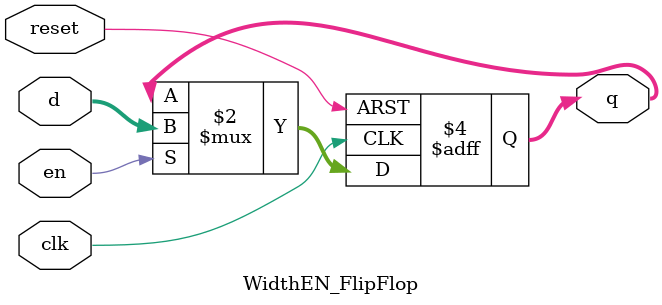
<source format=sv>
module WidthEN_FlipFlop #(parameter WIDTH = 8)
				    (input logic 				 clk, reset, en,
					  input logic  [WIDTH-1:0] d,
					  output logic [WIDTH-1:0] q
					  );


	always_ff @(posedge clk, posedge reset)
		if (reset)   q <= 0;
		else if (en) q <= d;

endmodule
</source>
